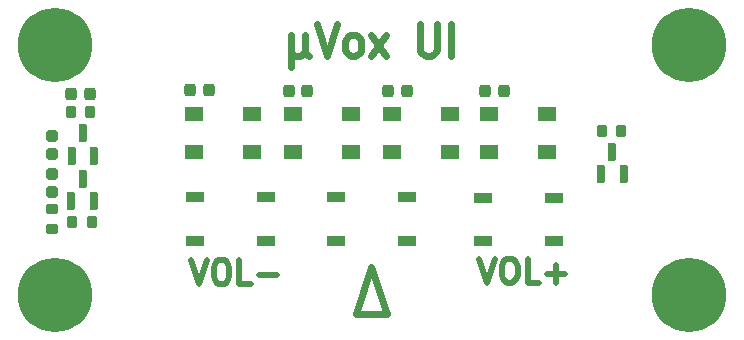
<source format=gbr>
G04 #@! TF.GenerationSoftware,KiCad,Pcbnew,(6.0.1-0)*
G04 #@! TF.CreationDate,2022-02-08T22:38:28+01:00*
G04 #@! TF.ProjectId,U:I WS,553a4920-5753-42e6-9b69-6361645f7063,rev?*
G04 #@! TF.SameCoordinates,Original*
G04 #@! TF.FileFunction,Soldermask,Top*
G04 #@! TF.FilePolarity,Negative*
%FSLAX46Y46*%
G04 Gerber Fmt 4.6, Leading zero omitted, Abs format (unit mm)*
G04 Created by KiCad (PCBNEW (6.0.1-0)) date 2022-02-08 22:38:28*
%MOMM*%
%LPD*%
G01*
G04 APERTURE LIST*
G04 Aperture macros list*
%AMRoundRect*
0 Rectangle with rounded corners*
0 $1 Rounding radius*
0 $2 $3 $4 $5 $6 $7 $8 $9 X,Y pos of 4 corners*
0 Add a 4 corners polygon primitive as box body*
4,1,4,$2,$3,$4,$5,$6,$7,$8,$9,$2,$3,0*
0 Add four circle primitives for the rounded corners*
1,1,$1+$1,$2,$3*
1,1,$1+$1,$4,$5*
1,1,$1+$1,$6,$7*
1,1,$1+$1,$8,$9*
0 Add four rect primitives between the rounded corners*
20,1,$1+$1,$2,$3,$4,$5,0*
20,1,$1+$1,$4,$5,$6,$7,0*
20,1,$1+$1,$6,$7,$8,$9,0*
20,1,$1+$1,$8,$9,$2,$3,0*%
G04 Aperture macros list end*
%ADD10C,0.600000*%
%ADD11C,0.500000*%
%ADD12C,0.625000*%
%ADD13RoundRect,0.051000X-0.750000X-0.500000X0.750000X-0.500000X0.750000X0.500000X-0.750000X0.500000X0*%
%ADD14C,6.302000*%
%ADD15RoundRect,0.269750X0.218750X0.256250X-0.218750X0.256250X-0.218750X-0.256250X0.218750X-0.256250X0*%
%ADD16RoundRect,0.051000X0.725000X0.350000X-0.725000X0.350000X-0.725000X-0.350000X0.725000X-0.350000X0*%
%ADD17RoundRect,0.051000X-0.725000X-0.350000X0.725000X-0.350000X0.725000X0.350000X-0.725000X0.350000X0*%
%ADD18RoundRect,0.269750X-0.256250X0.218750X-0.256250X-0.218750X0.256250X-0.218750X0.256250X0.218750X0*%
%ADD19RoundRect,0.269750X0.256250X-0.218750X0.256250X0.218750X-0.256250X0.218750X-0.256250X-0.218750X0*%
%ADD20RoundRect,0.251000X0.200000X0.275000X-0.200000X0.275000X-0.200000X-0.275000X0.200000X-0.275000X0*%
%ADD21RoundRect,0.201000X0.150000X-0.587500X0.150000X0.587500X-0.150000X0.587500X-0.150000X-0.587500X0*%
%ADD22RoundRect,0.251000X-0.200000X-0.275000X0.200000X-0.275000X0.200000X0.275000X-0.200000X0.275000X0*%
%ADD23RoundRect,0.276000X0.225000X0.250000X-0.225000X0.250000X-0.225000X-0.250000X0.225000X-0.250000X0*%
%ADD24RoundRect,0.251000X0.275000X-0.200000X0.275000X0.200000X-0.275000X0.200000X-0.275000X-0.200000X0*%
G04 APERTURE END LIST*
D10*
X71216666Y-82059523D02*
X72550000Y-78059523D01*
X73883333Y-82059523D01*
X71216666Y-82059523D01*
D11*
X81688095Y-77404761D02*
X82354761Y-79404761D01*
X83021428Y-77404761D01*
X84069047Y-77404761D02*
X84450000Y-77404761D01*
X84640476Y-77500000D01*
X84830952Y-77690476D01*
X84926190Y-78071428D01*
X84926190Y-78738095D01*
X84830952Y-79119047D01*
X84640476Y-79309523D01*
X84450000Y-79404761D01*
X84069047Y-79404761D01*
X83878571Y-79309523D01*
X83688095Y-79119047D01*
X83592857Y-78738095D01*
X83592857Y-78071428D01*
X83688095Y-77690476D01*
X83878571Y-77500000D01*
X84069047Y-77404761D01*
X86735714Y-79404761D02*
X85783333Y-79404761D01*
X85783333Y-77404761D01*
X87402380Y-78642857D02*
X88926190Y-78642857D01*
X88164285Y-79404761D02*
X88164285Y-77880952D01*
X57288095Y-77504761D02*
X57954761Y-79504761D01*
X58621428Y-77504761D01*
X59669047Y-77504761D02*
X60050000Y-77504761D01*
X60240476Y-77600000D01*
X60430952Y-77790476D01*
X60526190Y-78171428D01*
X60526190Y-78838095D01*
X60430952Y-79219047D01*
X60240476Y-79409523D01*
X60050000Y-79504761D01*
X59669047Y-79504761D01*
X59478571Y-79409523D01*
X59288095Y-79219047D01*
X59192857Y-78838095D01*
X59192857Y-78171428D01*
X59288095Y-77790476D01*
X59478571Y-77600000D01*
X59669047Y-77504761D01*
X62335714Y-79504761D02*
X61383333Y-79504761D01*
X61383333Y-77504761D01*
X63002380Y-78742857D02*
X64526190Y-78742857D01*
D12*
X65714285Y-58421428D02*
X65714285Y-61121428D01*
X66904761Y-59835714D02*
X67023809Y-60092857D01*
X67261904Y-60221428D01*
X65714285Y-59835714D02*
X65833333Y-60092857D01*
X66071428Y-60221428D01*
X66547619Y-60221428D01*
X66785714Y-60092857D01*
X66904761Y-59835714D01*
X66904761Y-58421428D01*
X67976190Y-57521428D02*
X68809523Y-60221428D01*
X69642857Y-57521428D01*
X70833333Y-60221428D02*
X70595238Y-60092857D01*
X70476190Y-59964285D01*
X70357142Y-59707142D01*
X70357142Y-58935714D01*
X70476190Y-58678571D01*
X70595238Y-58550000D01*
X70833333Y-58421428D01*
X71190476Y-58421428D01*
X71428571Y-58550000D01*
X71547619Y-58678571D01*
X71666666Y-58935714D01*
X71666666Y-59707142D01*
X71547619Y-59964285D01*
X71428571Y-60092857D01*
X71190476Y-60221428D01*
X70833333Y-60221428D01*
X72500000Y-60221428D02*
X73809523Y-58421428D01*
X72500000Y-58421428D02*
X73809523Y-60221428D01*
X76666666Y-57521428D02*
X76666666Y-59707142D01*
X76785714Y-59964285D01*
X76904761Y-60092857D01*
X77142857Y-60221428D01*
X77619047Y-60221428D01*
X77857142Y-60092857D01*
X77976190Y-59964285D01*
X78095238Y-59707142D01*
X78095238Y-57521428D01*
X79285714Y-60221428D02*
X79285714Y-57521428D01*
D10*
X71216666Y-82059523D02*
X72550000Y-78059523D01*
X73883333Y-82059523D01*
X71216666Y-82059523D01*
D11*
X81688095Y-77404761D02*
X82354761Y-79404761D01*
X83021428Y-77404761D01*
X84069047Y-77404761D02*
X84450000Y-77404761D01*
X84640476Y-77500000D01*
X84830952Y-77690476D01*
X84926190Y-78071428D01*
X84926190Y-78738095D01*
X84830952Y-79119047D01*
X84640476Y-79309523D01*
X84450000Y-79404761D01*
X84069047Y-79404761D01*
X83878571Y-79309523D01*
X83688095Y-79119047D01*
X83592857Y-78738095D01*
X83592857Y-78071428D01*
X83688095Y-77690476D01*
X83878571Y-77500000D01*
X84069047Y-77404761D01*
X86735714Y-79404761D02*
X85783333Y-79404761D01*
X85783333Y-77404761D01*
X87402380Y-78642857D02*
X88926190Y-78642857D01*
X88164285Y-79404761D02*
X88164285Y-77880952D01*
X57288095Y-77504761D02*
X57954761Y-79504761D01*
X58621428Y-77504761D01*
X59669047Y-77504761D02*
X60050000Y-77504761D01*
X60240476Y-77600000D01*
X60430952Y-77790476D01*
X60526190Y-78171428D01*
X60526190Y-78838095D01*
X60430952Y-79219047D01*
X60240476Y-79409523D01*
X60050000Y-79504761D01*
X59669047Y-79504761D01*
X59478571Y-79409523D01*
X59288095Y-79219047D01*
X59192857Y-78838095D01*
X59192857Y-78171428D01*
X59288095Y-77790476D01*
X59478571Y-77600000D01*
X59669047Y-77504761D01*
X62335714Y-79504761D02*
X61383333Y-79504761D01*
X61383333Y-77504761D01*
X63002380Y-78742857D02*
X64526190Y-78742857D01*
D12*
X65714285Y-58421428D02*
X65714285Y-61121428D01*
X66904761Y-59835714D02*
X67023809Y-60092857D01*
X67261904Y-60221428D01*
X65714285Y-59835714D02*
X65833333Y-60092857D01*
X66071428Y-60221428D01*
X66547619Y-60221428D01*
X66785714Y-60092857D01*
X66904761Y-59835714D01*
X66904761Y-58421428D01*
X67976190Y-57521428D02*
X68809523Y-60221428D01*
X69642857Y-57521428D01*
X70833333Y-60221428D02*
X70595238Y-60092857D01*
X70476190Y-59964285D01*
X70357142Y-59707142D01*
X70357142Y-58935714D01*
X70476190Y-58678571D01*
X70595238Y-58550000D01*
X70833333Y-58421428D01*
X71190476Y-58421428D01*
X71428571Y-58550000D01*
X71547619Y-58678571D01*
X71666666Y-58935714D01*
X71666666Y-59707142D01*
X71547619Y-59964285D01*
X71428571Y-60092857D01*
X71190476Y-60221428D01*
X70833333Y-60221428D01*
X72500000Y-60221428D02*
X73809523Y-58421428D01*
X72500000Y-58421428D02*
X73809523Y-60221428D01*
X76666666Y-57521428D02*
X76666666Y-59707142D01*
X76785714Y-59964285D01*
X76904761Y-60092857D01*
X77142857Y-60221428D01*
X77619047Y-60221428D01*
X77857142Y-60092857D01*
X77976190Y-59964285D01*
X78095238Y-59707142D01*
X78095238Y-57521428D01*
X79285714Y-60221428D02*
X79285714Y-57521428D01*
D13*
X57537500Y-65150000D03*
X57537500Y-68350000D03*
X62437500Y-68350000D03*
X62437500Y-65150000D03*
X65887500Y-65150000D03*
X65887500Y-68350000D03*
X70787500Y-68350000D03*
X70787500Y-65150000D03*
X74287500Y-65150000D03*
X74287500Y-68350000D03*
X79187500Y-68350000D03*
X79187500Y-65150000D03*
X82537500Y-65150000D03*
X82537500Y-68350000D03*
X87437500Y-68350000D03*
X87437500Y-65150000D03*
D14*
X99450000Y-59300000D03*
X99450000Y-80429366D03*
X45759366Y-59300000D03*
X45759366Y-80429366D03*
D15*
X58775000Y-63100000D03*
X57200000Y-63100000D03*
X67137500Y-63150000D03*
X65562500Y-63150000D03*
X75537500Y-63150000D03*
X73962500Y-63150000D03*
X83787500Y-63150000D03*
X82212500Y-63150000D03*
D16*
X57587500Y-75850000D03*
D17*
X57587500Y-72150000D03*
X63587500Y-75850000D03*
X63587500Y-72150000D03*
D18*
X45542200Y-70181500D03*
X45542200Y-71756500D03*
D16*
X69579500Y-75862000D03*
D17*
X69579500Y-72162000D03*
X75579500Y-75862000D03*
X75579500Y-72162000D03*
D19*
X45542200Y-68530500D03*
X45542200Y-66955500D03*
D20*
X93725000Y-66550000D03*
X92075000Y-66550000D03*
D21*
X47162400Y-68650800D03*
X49062400Y-68650800D03*
X48112400Y-66775800D03*
X47157600Y-72513700D03*
X49057600Y-72513700D03*
X48107600Y-70638700D03*
D22*
X47231800Y-74296300D03*
X48881800Y-74296300D03*
D23*
X48691800Y-63474600D03*
X47141800Y-63474600D03*
D16*
X81979500Y-75912000D03*
D17*
X81979500Y-72212000D03*
X87979500Y-75912000D03*
X87979500Y-72212000D03*
D24*
X45542200Y-74854100D03*
X45542200Y-73204100D03*
D21*
X92000000Y-70200000D03*
X93900000Y-70200000D03*
X92950000Y-68325000D03*
D20*
X48742600Y-64974500D03*
X47092600Y-64974500D03*
M02*

</source>
